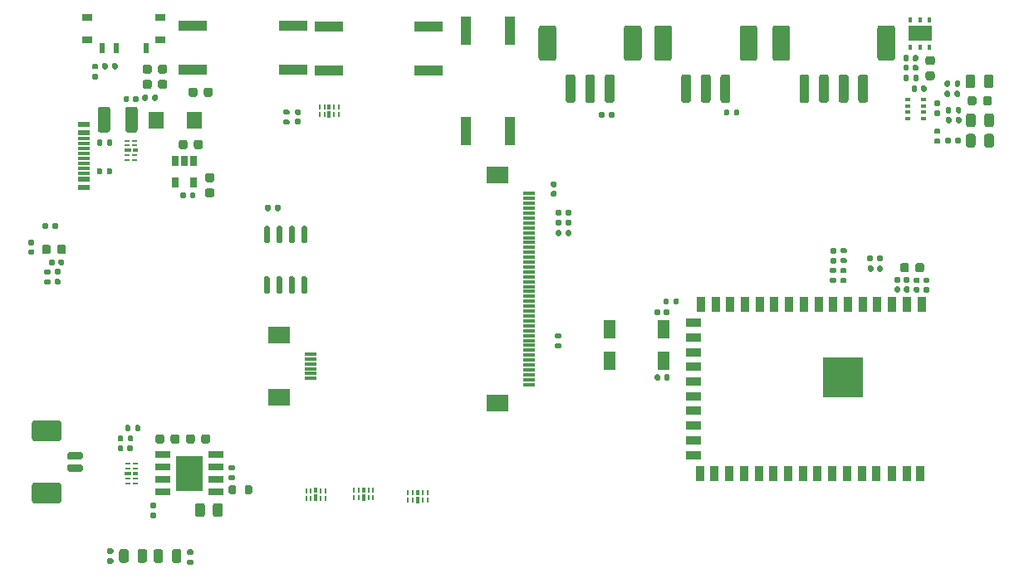
<source format=gtp>
%TF.GenerationSoftware,KiCad,Pcbnew,(5.1.10)-1*%
%TF.CreationDate,2021-07-15T23:48:19-07:00*%
%TF.ProjectId,esp32_sensor,65737033-325f-4736-956e-736f722e6b69,rev?*%
%TF.SameCoordinates,Original*%
%TF.FileFunction,Paste,Top*%
%TF.FilePolarity,Positive*%
%FSLAX46Y46*%
G04 Gerber Fmt 4.6, Leading zero omitted, Abs format (unit mm)*
G04 Created by KiCad (PCBNEW (5.1.10)-1) date 2021-07-15 23:48:19*
%MOMM*%
%LPD*%
G01*
G04 APERTURE LIST*
%ADD10R,0.500000X0.350000*%
%ADD11R,1.520000X1.680000*%
%ADD12R,4.100000X4.100000*%
%ADD13R,0.900000X1.500000*%
%ADD14R,1.500000X0.900000*%
%ADD15R,3.000000X1.000000*%
%ADD16R,1.000000X3.000000*%
%ADD17R,1.300000X0.300000*%
%ADD18R,2.200000X1.800000*%
%ADD19R,0.250000X0.625000*%
%ADD20R,0.450000X0.575000*%
%ADD21R,0.450000X0.700000*%
%ADD22R,0.625000X0.250000*%
%ADD23R,0.700000X0.450000*%
%ADD24R,0.575000X0.450000*%
%ADD25R,1.300000X1.900000*%
%ADD26R,1.000000X0.700000*%
%ADD27R,0.600000X1.000000*%
%ADD28R,0.400000X0.600000*%
%ADD29R,2.400000X1.500000*%
%ADD30R,0.650000X1.060000*%
%ADD31R,1.500000X0.650000*%
%ADD32R,2.700000X3.600000*%
%ADD33R,1.160000X0.600000*%
%ADD34R,1.160000X0.300000*%
G04 APERTURE END LIST*
%TO.C,R37*%
G36*
G01*
X33160000Y-51895000D02*
X33160000Y-52265000D01*
G75*
G02*
X33025000Y-52400000I-135000J0D01*
G01*
X32755000Y-52400000D01*
G75*
G02*
X32620000Y-52265000I0J135000D01*
G01*
X32620000Y-51895000D01*
G75*
G02*
X32755000Y-51760000I135000J0D01*
G01*
X33025000Y-51760000D01*
G75*
G02*
X33160000Y-51895000I0J-135000D01*
G01*
G37*
G36*
G01*
X34180000Y-51895000D02*
X34180000Y-52265000D01*
G75*
G02*
X34045000Y-52400000I-135000J0D01*
G01*
X33775000Y-52400000D01*
G75*
G02*
X33640000Y-52265000I0J135000D01*
G01*
X33640000Y-51895000D01*
G75*
G02*
X33775000Y-51760000I135000J0D01*
G01*
X34045000Y-51760000D01*
G75*
G02*
X34180000Y-51895000I0J-135000D01*
G01*
G37*
%TD*%
%TO.C,R36*%
G36*
G01*
X32925000Y-57510000D02*
X33295000Y-57510000D01*
G75*
G02*
X33430000Y-57645000I0J-135000D01*
G01*
X33430000Y-57915000D01*
G75*
G02*
X33295000Y-58050000I-135000J0D01*
G01*
X32925000Y-58050000D01*
G75*
G02*
X32790000Y-57915000I0J135000D01*
G01*
X32790000Y-57645000D01*
G75*
G02*
X32925000Y-57510000I135000J0D01*
G01*
G37*
G36*
G01*
X32925000Y-56490000D02*
X33295000Y-56490000D01*
G75*
G02*
X33430000Y-56625000I0J-135000D01*
G01*
X33430000Y-56895000D01*
G75*
G02*
X33295000Y-57030000I-135000J0D01*
G01*
X32925000Y-57030000D01*
G75*
G02*
X32790000Y-56895000I0J135000D01*
G01*
X32790000Y-56625000D01*
G75*
G02*
X32925000Y-56490000I135000J0D01*
G01*
G37*
%TD*%
%TO.C,R35*%
G36*
G01*
X34325000Y-57000000D02*
X33955000Y-57000000D01*
G75*
G02*
X33820000Y-56865000I0J135000D01*
G01*
X33820000Y-56595000D01*
G75*
G02*
X33955000Y-56460000I135000J0D01*
G01*
X34325000Y-56460000D01*
G75*
G02*
X34460000Y-56595000I0J-135000D01*
G01*
X34460000Y-56865000D01*
G75*
G02*
X34325000Y-57000000I-135000J0D01*
G01*
G37*
G36*
G01*
X34325000Y-58020000D02*
X33955000Y-58020000D01*
G75*
G02*
X33820000Y-57885000I0J135000D01*
G01*
X33820000Y-57615000D01*
G75*
G02*
X33955000Y-57480000I135000J0D01*
G01*
X34325000Y-57480000D01*
G75*
G02*
X34460000Y-57615000I0J-135000D01*
G01*
X34460000Y-57885000D01*
G75*
G02*
X34325000Y-58020000I-135000J0D01*
G01*
G37*
%TD*%
%TO.C,C27*%
G36*
G01*
X34100000Y-54700000D02*
X34100000Y-54200000D01*
G75*
G02*
X34325000Y-53975000I225000J0D01*
G01*
X34775000Y-53975000D01*
G75*
G02*
X35000000Y-54200000I0J-225000D01*
G01*
X35000000Y-54700000D01*
G75*
G02*
X34775000Y-54925000I-225000J0D01*
G01*
X34325000Y-54925000D01*
G75*
G02*
X34100000Y-54700000I0J225000D01*
G01*
G37*
G36*
G01*
X32550000Y-54700000D02*
X32550000Y-54200000D01*
G75*
G02*
X32775000Y-53975000I225000J0D01*
G01*
X33225000Y-53975000D01*
G75*
G02*
X33450000Y-54200000I0J-225000D01*
G01*
X33450000Y-54700000D01*
G75*
G02*
X33225000Y-54925000I-225000J0D01*
G01*
X32775000Y-54925000D01*
G75*
G02*
X32550000Y-54700000I0J225000D01*
G01*
G37*
%TD*%
%TO.C,C26*%
G36*
G01*
X34240000Y-55950000D02*
X34240000Y-55610000D01*
G75*
G02*
X34380000Y-55470000I140000J0D01*
G01*
X34660000Y-55470000D01*
G75*
G02*
X34800000Y-55610000I0J-140000D01*
G01*
X34800000Y-55950000D01*
G75*
G02*
X34660000Y-56090000I-140000J0D01*
G01*
X34380000Y-56090000D01*
G75*
G02*
X34240000Y-55950000I0J140000D01*
G01*
G37*
G36*
G01*
X33280000Y-55950000D02*
X33280000Y-55610000D01*
G75*
G02*
X33420000Y-55470000I140000J0D01*
G01*
X33700000Y-55470000D01*
G75*
G02*
X33840000Y-55610000I0J-140000D01*
G01*
X33840000Y-55950000D01*
G75*
G02*
X33700000Y-56090000I-140000J0D01*
G01*
X33420000Y-56090000D01*
G75*
G02*
X33280000Y-55950000I0J140000D01*
G01*
G37*
%TD*%
%TO.C,C25*%
G36*
G01*
X31640000Y-54040000D02*
X31300000Y-54040000D01*
G75*
G02*
X31160000Y-53900000I0J140000D01*
G01*
X31160000Y-53620000D01*
G75*
G02*
X31300000Y-53480000I140000J0D01*
G01*
X31640000Y-53480000D01*
G75*
G02*
X31780000Y-53620000I0J-140000D01*
G01*
X31780000Y-53900000D01*
G75*
G02*
X31640000Y-54040000I-140000J0D01*
G01*
G37*
G36*
G01*
X31640000Y-55000000D02*
X31300000Y-55000000D01*
G75*
G02*
X31160000Y-54860000I0J140000D01*
G01*
X31160000Y-54580000D01*
G75*
G02*
X31300000Y-54440000I140000J0D01*
G01*
X31640000Y-54440000D01*
G75*
G02*
X31780000Y-54580000I0J-140000D01*
G01*
X31780000Y-54860000D01*
G75*
G02*
X31640000Y-55000000I-140000J0D01*
G01*
G37*
%TD*%
%TO.C,C24*%
G36*
G01*
X121760000Y-37870000D02*
X121760000Y-38210000D01*
G75*
G02*
X121620000Y-38350000I-140000J0D01*
G01*
X121340000Y-38350000D01*
G75*
G02*
X121200000Y-38210000I0J140000D01*
G01*
X121200000Y-37870000D01*
G75*
G02*
X121340000Y-37730000I140000J0D01*
G01*
X121620000Y-37730000D01*
G75*
G02*
X121760000Y-37870000I0J-140000D01*
G01*
G37*
G36*
G01*
X122720000Y-37870000D02*
X122720000Y-38210000D01*
G75*
G02*
X122580000Y-38350000I-140000J0D01*
G01*
X122300000Y-38350000D01*
G75*
G02*
X122160000Y-38210000I0J140000D01*
G01*
X122160000Y-37870000D01*
G75*
G02*
X122300000Y-37730000I140000J0D01*
G01*
X122580000Y-37730000D01*
G75*
G02*
X122720000Y-37870000I0J-140000D01*
G01*
G37*
%TD*%
D10*
%TO.C,U11*%
X120840000Y-39145000D03*
X122440000Y-39795000D03*
X122440000Y-40445000D03*
X122440000Y-41095000D03*
X120840000Y-39795000D03*
X120840000Y-40445000D03*
X120840000Y-41095000D03*
X122440000Y-39145000D03*
%TD*%
%TO.C,R34*%
G36*
G01*
X125110000Y-38385000D02*
X125110000Y-38755000D01*
G75*
G02*
X124975000Y-38890000I-135000J0D01*
G01*
X124705000Y-38890000D01*
G75*
G02*
X124570000Y-38755000I0J135000D01*
G01*
X124570000Y-38385000D01*
G75*
G02*
X124705000Y-38250000I135000J0D01*
G01*
X124975000Y-38250000D01*
G75*
G02*
X125110000Y-38385000I0J-135000D01*
G01*
G37*
G36*
G01*
X126130000Y-38385000D02*
X126130000Y-38755000D01*
G75*
G02*
X125995000Y-38890000I-135000J0D01*
G01*
X125725000Y-38890000D01*
G75*
G02*
X125590000Y-38755000I0J135000D01*
G01*
X125590000Y-38385000D01*
G75*
G02*
X125725000Y-38250000I135000J0D01*
G01*
X125995000Y-38250000D01*
G75*
G02*
X126130000Y-38385000I0J-135000D01*
G01*
G37*
%TD*%
%TO.C,R33*%
G36*
G01*
X124005000Y-39800000D02*
X123635000Y-39800000D01*
G75*
G02*
X123500000Y-39665000I0J135000D01*
G01*
X123500000Y-39395000D01*
G75*
G02*
X123635000Y-39260000I135000J0D01*
G01*
X124005000Y-39260000D01*
G75*
G02*
X124140000Y-39395000I0J-135000D01*
G01*
X124140000Y-39665000D01*
G75*
G02*
X124005000Y-39800000I-135000J0D01*
G01*
G37*
G36*
G01*
X124005000Y-40820000D02*
X123635000Y-40820000D01*
G75*
G02*
X123500000Y-40685000I0J135000D01*
G01*
X123500000Y-40415000D01*
G75*
G02*
X123635000Y-40280000I135000J0D01*
G01*
X124005000Y-40280000D01*
G75*
G02*
X124140000Y-40415000I0J-135000D01*
G01*
X124140000Y-40685000D01*
G75*
G02*
X124005000Y-40820000I-135000J0D01*
G01*
G37*
%TD*%
%TO.C,R32*%
G36*
G01*
X123995000Y-42660000D02*
X123625000Y-42660000D01*
G75*
G02*
X123490000Y-42525000I0J135000D01*
G01*
X123490000Y-42255000D01*
G75*
G02*
X123625000Y-42120000I135000J0D01*
G01*
X123995000Y-42120000D01*
G75*
G02*
X124130000Y-42255000I0J-135000D01*
G01*
X124130000Y-42525000D01*
G75*
G02*
X123995000Y-42660000I-135000J0D01*
G01*
G37*
G36*
G01*
X123995000Y-43680000D02*
X123625000Y-43680000D01*
G75*
G02*
X123490000Y-43545000I0J135000D01*
G01*
X123490000Y-43275000D01*
G75*
G02*
X123625000Y-43140000I135000J0D01*
G01*
X123995000Y-43140000D01*
G75*
G02*
X124130000Y-43275000I0J-135000D01*
G01*
X124130000Y-43545000D01*
G75*
G02*
X123995000Y-43680000I-135000J0D01*
G01*
G37*
%TD*%
%TO.C,R14*%
G36*
G01*
X53210000Y-79255000D02*
X53210000Y-78705000D01*
G75*
G02*
X53410000Y-78505000I200000J0D01*
G01*
X53810000Y-78505000D01*
G75*
G02*
X54010000Y-78705000I0J-200000D01*
G01*
X54010000Y-79255000D01*
G75*
G02*
X53810000Y-79455000I-200000J0D01*
G01*
X53410000Y-79455000D01*
G75*
G02*
X53210000Y-79255000I0J200000D01*
G01*
G37*
G36*
G01*
X51560000Y-79255000D02*
X51560000Y-78705000D01*
G75*
G02*
X51760000Y-78505000I200000J0D01*
G01*
X52160000Y-78505000D01*
G75*
G02*
X52360000Y-78705000I0J-200000D01*
G01*
X52360000Y-79255000D01*
G75*
G02*
X52160000Y-79455000I-200000J0D01*
G01*
X51760000Y-79455000D01*
G75*
G02*
X51560000Y-79255000I0J200000D01*
G01*
G37*
%TD*%
%TO.C,D6*%
G36*
G01*
X127802500Y-39023750D02*
X127802500Y-39536250D01*
G75*
G02*
X127583750Y-39755000I-218750J0D01*
G01*
X127146250Y-39755000D01*
G75*
G02*
X126927500Y-39536250I0J218750D01*
G01*
X126927500Y-39023750D01*
G75*
G02*
X127146250Y-38805000I218750J0D01*
G01*
X127583750Y-38805000D01*
G75*
G02*
X127802500Y-39023750I0J-218750D01*
G01*
G37*
G36*
G01*
X129377500Y-39023750D02*
X129377500Y-39536250D01*
G75*
G02*
X129158750Y-39755000I-218750J0D01*
G01*
X128721250Y-39755000D01*
G75*
G02*
X128502500Y-39536250I0J218750D01*
G01*
X128502500Y-39023750D01*
G75*
G02*
X128721250Y-38805000I218750J0D01*
G01*
X129158750Y-38805000D01*
G75*
G02*
X129377500Y-39023750I0J-218750D01*
G01*
G37*
%TD*%
D11*
%TO.C,D7*%
X44195000Y-41260000D03*
X48125000Y-41260000D03*
%TD*%
%TO.C,Q1*%
G36*
G01*
X59150000Y-57210000D02*
X59450000Y-57210000D01*
G75*
G02*
X59600000Y-57360000I0J-150000D01*
G01*
X59600000Y-58810000D01*
G75*
G02*
X59450000Y-58960000I-150000J0D01*
G01*
X59150000Y-58960000D01*
G75*
G02*
X59000000Y-58810000I0J150000D01*
G01*
X59000000Y-57360000D01*
G75*
G02*
X59150000Y-57210000I150000J0D01*
G01*
G37*
G36*
G01*
X57880000Y-57210000D02*
X58180000Y-57210000D01*
G75*
G02*
X58330000Y-57360000I0J-150000D01*
G01*
X58330000Y-58810000D01*
G75*
G02*
X58180000Y-58960000I-150000J0D01*
G01*
X57880000Y-58960000D01*
G75*
G02*
X57730000Y-58810000I0J150000D01*
G01*
X57730000Y-57360000D01*
G75*
G02*
X57880000Y-57210000I150000J0D01*
G01*
G37*
G36*
G01*
X56610000Y-57210000D02*
X56910000Y-57210000D01*
G75*
G02*
X57060000Y-57360000I0J-150000D01*
G01*
X57060000Y-58810000D01*
G75*
G02*
X56910000Y-58960000I-150000J0D01*
G01*
X56610000Y-58960000D01*
G75*
G02*
X56460000Y-58810000I0J150000D01*
G01*
X56460000Y-57360000D01*
G75*
G02*
X56610000Y-57210000I150000J0D01*
G01*
G37*
G36*
G01*
X55340000Y-57210000D02*
X55640000Y-57210000D01*
G75*
G02*
X55790000Y-57360000I0J-150000D01*
G01*
X55790000Y-58810000D01*
G75*
G02*
X55640000Y-58960000I-150000J0D01*
G01*
X55340000Y-58960000D01*
G75*
G02*
X55190000Y-58810000I0J150000D01*
G01*
X55190000Y-57360000D01*
G75*
G02*
X55340000Y-57210000I150000J0D01*
G01*
G37*
G36*
G01*
X55340000Y-52060000D02*
X55640000Y-52060000D01*
G75*
G02*
X55790000Y-52210000I0J-150000D01*
G01*
X55790000Y-53660000D01*
G75*
G02*
X55640000Y-53810000I-150000J0D01*
G01*
X55340000Y-53810000D01*
G75*
G02*
X55190000Y-53660000I0J150000D01*
G01*
X55190000Y-52210000D01*
G75*
G02*
X55340000Y-52060000I150000J0D01*
G01*
G37*
G36*
G01*
X56610000Y-52060000D02*
X56910000Y-52060000D01*
G75*
G02*
X57060000Y-52210000I0J-150000D01*
G01*
X57060000Y-53660000D01*
G75*
G02*
X56910000Y-53810000I-150000J0D01*
G01*
X56610000Y-53810000D01*
G75*
G02*
X56460000Y-53660000I0J150000D01*
G01*
X56460000Y-52210000D01*
G75*
G02*
X56610000Y-52060000I150000J0D01*
G01*
G37*
G36*
G01*
X57880000Y-52060000D02*
X58180000Y-52060000D01*
G75*
G02*
X58330000Y-52210000I0J-150000D01*
G01*
X58330000Y-53660000D01*
G75*
G02*
X58180000Y-53810000I-150000J0D01*
G01*
X57880000Y-53810000D01*
G75*
G02*
X57730000Y-53660000I0J150000D01*
G01*
X57730000Y-52210000D01*
G75*
G02*
X57880000Y-52060000I150000J0D01*
G01*
G37*
G36*
G01*
X59150000Y-52060000D02*
X59450000Y-52060000D01*
G75*
G02*
X59600000Y-52210000I0J-150000D01*
G01*
X59600000Y-53660000D01*
G75*
G02*
X59450000Y-53810000I-150000J0D01*
G01*
X59150000Y-53810000D01*
G75*
G02*
X59000000Y-53660000I0J150000D01*
G01*
X59000000Y-52210000D01*
G75*
G02*
X59150000Y-52060000I150000J0D01*
G01*
G37*
%TD*%
%TO.C,F1*%
G36*
G01*
X41047500Y-42275000D02*
X41047500Y-40125000D01*
G75*
G02*
X41297500Y-39875000I250000J0D01*
G01*
X42047500Y-39875000D01*
G75*
G02*
X42297500Y-40125000I0J-250000D01*
G01*
X42297500Y-42275000D01*
G75*
G02*
X42047500Y-42525000I-250000J0D01*
G01*
X41297500Y-42525000D01*
G75*
G02*
X41047500Y-42275000I0J250000D01*
G01*
G37*
G36*
G01*
X38247500Y-42275000D02*
X38247500Y-40125000D01*
G75*
G02*
X38497500Y-39875000I250000J0D01*
G01*
X39247500Y-39875000D01*
G75*
G02*
X39497500Y-40125000I0J-250000D01*
G01*
X39497500Y-42275000D01*
G75*
G02*
X39247500Y-42525000I-250000J0D01*
G01*
X38497500Y-42525000D01*
G75*
G02*
X38247500Y-42275000I0J250000D01*
G01*
G37*
%TD*%
%TO.C,C23*%
G36*
G01*
X43540000Y-36500000D02*
X43040000Y-36500000D01*
G75*
G02*
X42815000Y-36275000I0J225000D01*
G01*
X42815000Y-35825000D01*
G75*
G02*
X43040000Y-35600000I225000J0D01*
G01*
X43540000Y-35600000D01*
G75*
G02*
X43765000Y-35825000I0J-225000D01*
G01*
X43765000Y-36275000D01*
G75*
G02*
X43540000Y-36500000I-225000J0D01*
G01*
G37*
G36*
G01*
X43540000Y-38050000D02*
X43040000Y-38050000D01*
G75*
G02*
X42815000Y-37825000I0J225000D01*
G01*
X42815000Y-37375000D01*
G75*
G02*
X43040000Y-37150000I225000J0D01*
G01*
X43540000Y-37150000D01*
G75*
G02*
X43765000Y-37375000I0J-225000D01*
G01*
X43765000Y-37825000D01*
G75*
G02*
X43540000Y-38050000I-225000J0D01*
G01*
G37*
%TD*%
%TO.C,C22*%
G36*
G01*
X49050000Y-38650000D02*
X49050000Y-38150000D01*
G75*
G02*
X49275000Y-37925000I225000J0D01*
G01*
X49725000Y-37925000D01*
G75*
G02*
X49950000Y-38150000I0J-225000D01*
G01*
X49950000Y-38650000D01*
G75*
G02*
X49725000Y-38875000I-225000J0D01*
G01*
X49275000Y-38875000D01*
G75*
G02*
X49050000Y-38650000I0J225000D01*
G01*
G37*
G36*
G01*
X47500000Y-38650000D02*
X47500000Y-38150000D01*
G75*
G02*
X47725000Y-37925000I225000J0D01*
G01*
X48175000Y-37925000D01*
G75*
G02*
X48400000Y-38150000I0J-225000D01*
G01*
X48400000Y-38650000D01*
G75*
G02*
X48175000Y-38875000I-225000J0D01*
G01*
X47725000Y-38875000D01*
G75*
G02*
X47500000Y-38650000I0J225000D01*
G01*
G37*
%TD*%
%TO.C,C21*%
G36*
G01*
X45090000Y-36500000D02*
X44590000Y-36500000D01*
G75*
G02*
X44365000Y-36275000I0J225000D01*
G01*
X44365000Y-35825000D01*
G75*
G02*
X44590000Y-35600000I225000J0D01*
G01*
X45090000Y-35600000D01*
G75*
G02*
X45315000Y-35825000I0J-225000D01*
G01*
X45315000Y-36275000D01*
G75*
G02*
X45090000Y-36500000I-225000J0D01*
G01*
G37*
G36*
G01*
X45090000Y-38050000D02*
X44590000Y-38050000D01*
G75*
G02*
X44365000Y-37825000I0J225000D01*
G01*
X44365000Y-37375000D01*
G75*
G02*
X44590000Y-37150000I225000J0D01*
G01*
X45090000Y-37150000D01*
G75*
G02*
X45315000Y-37375000I0J-225000D01*
G01*
X45315000Y-37825000D01*
G75*
G02*
X45090000Y-38050000I-225000J0D01*
G01*
G37*
%TD*%
%TO.C,J10*%
G36*
G01*
X31770000Y-78280000D02*
X34270000Y-78280000D01*
G75*
G02*
X34520000Y-78530000I0J-250000D01*
G01*
X34520000Y-80130000D01*
G75*
G02*
X34270000Y-80380000I-250000J0D01*
G01*
X31770000Y-80380000D01*
G75*
G02*
X31520000Y-80130000I0J250000D01*
G01*
X31520000Y-78530000D01*
G75*
G02*
X31770000Y-78280000I250000J0D01*
G01*
G37*
G36*
G01*
X31770000Y-71930000D02*
X34270000Y-71930000D01*
G75*
G02*
X34520000Y-72180000I0J-250000D01*
G01*
X34520000Y-73780000D01*
G75*
G02*
X34270000Y-74030000I-250000J0D01*
G01*
X31770000Y-74030000D01*
G75*
G02*
X31520000Y-73780000I0J250000D01*
G01*
X31520000Y-72180000D01*
G75*
G02*
X31770000Y-71930000I250000J0D01*
G01*
G37*
G36*
G01*
X35320000Y-76380000D02*
X36520000Y-76380000D01*
G75*
G02*
X36720000Y-76580000I0J-200000D01*
G01*
X36720000Y-76980000D01*
G75*
G02*
X36520000Y-77180000I-200000J0D01*
G01*
X35320000Y-77180000D01*
G75*
G02*
X35120000Y-76980000I0J200000D01*
G01*
X35120000Y-76580000D01*
G75*
G02*
X35320000Y-76380000I200000J0D01*
G01*
G37*
G36*
G01*
X35320000Y-75130000D02*
X36520000Y-75130000D01*
G75*
G02*
X36720000Y-75330000I0J-200000D01*
G01*
X36720000Y-75730000D01*
G75*
G02*
X36520000Y-75930000I-200000J0D01*
G01*
X35320000Y-75930000D01*
G75*
G02*
X35120000Y-75730000I0J200000D01*
G01*
X35120000Y-75330000D01*
G75*
G02*
X35320000Y-75130000I200000J0D01*
G01*
G37*
%TD*%
D12*
%TO.C,U1*%
X114180000Y-67495000D03*
D13*
X122120000Y-77310000D03*
X120720000Y-77310000D03*
X119220000Y-77310000D03*
X117620000Y-77310000D03*
D14*
X98970000Y-73935000D03*
X98970000Y-75435000D03*
D13*
X99620000Y-77310000D03*
X101120000Y-77310000D03*
X102620000Y-77310000D03*
X104120000Y-77310000D03*
X105620000Y-77310000D03*
X107120000Y-77310000D03*
X108620000Y-77310000D03*
X110120000Y-77310000D03*
X111620000Y-77310000D03*
X113120000Y-77310000D03*
X114620000Y-77310000D03*
X116120000Y-77310000D03*
X102720000Y-60060000D03*
X104220000Y-60060000D03*
X105720000Y-60060000D03*
X107220000Y-60060000D03*
X108720000Y-60060000D03*
X110220000Y-60060000D03*
X111720000Y-60060000D03*
X113220000Y-60060000D03*
X114720000Y-60060000D03*
X116220000Y-60060000D03*
X117720000Y-60060000D03*
X119220000Y-60060000D03*
X120720000Y-60060000D03*
D14*
X98970000Y-72435000D03*
X98970000Y-70935000D03*
X98970000Y-69435000D03*
X98970000Y-67935000D03*
X98970000Y-66435000D03*
X98970000Y-64935000D03*
X98970000Y-63435000D03*
X98970000Y-61935000D03*
D13*
X99720000Y-60060000D03*
X101220000Y-60060000D03*
X122220000Y-60060000D03*
%TD*%
D15*
%TO.C,SW4*%
X71960000Y-36170000D03*
X61760000Y-36170000D03*
X71960000Y-31670000D03*
X61760000Y-31670000D03*
%TD*%
%TO.C,SW3*%
X58150000Y-36130000D03*
X47950000Y-36130000D03*
X58150000Y-31630000D03*
X47950000Y-31630000D03*
%TD*%
D16*
%TO.C,SW2*%
X75790000Y-42350000D03*
X75790000Y-32150000D03*
X80290000Y-42350000D03*
X80290000Y-32150000D03*
%TD*%
%TO.C,R31*%
G36*
G01*
X39240000Y-35575000D02*
X39240000Y-35945000D01*
G75*
G02*
X39105000Y-36080000I-135000J0D01*
G01*
X38835000Y-36080000D01*
G75*
G02*
X38700000Y-35945000I0J135000D01*
G01*
X38700000Y-35575000D01*
G75*
G02*
X38835000Y-35440000I135000J0D01*
G01*
X39105000Y-35440000D01*
G75*
G02*
X39240000Y-35575000I0J-135000D01*
G01*
G37*
G36*
G01*
X40260000Y-35575000D02*
X40260000Y-35945000D01*
G75*
G02*
X40125000Y-36080000I-135000J0D01*
G01*
X39855000Y-36080000D01*
G75*
G02*
X39720000Y-35945000I0J135000D01*
G01*
X39720000Y-35575000D01*
G75*
G02*
X39855000Y-35440000I135000J0D01*
G01*
X40125000Y-35440000D01*
G75*
G02*
X40260000Y-35575000I0J-135000D01*
G01*
G37*
%TD*%
%TO.C,C20*%
G36*
G01*
X84560000Y-48490000D02*
X84900000Y-48490000D01*
G75*
G02*
X85040000Y-48630000I0J-140000D01*
G01*
X85040000Y-48910000D01*
G75*
G02*
X84900000Y-49050000I-140000J0D01*
G01*
X84560000Y-49050000D01*
G75*
G02*
X84420000Y-48910000I0J140000D01*
G01*
X84420000Y-48630000D01*
G75*
G02*
X84560000Y-48490000I140000J0D01*
G01*
G37*
G36*
G01*
X84560000Y-47530000D02*
X84900000Y-47530000D01*
G75*
G02*
X85040000Y-47670000I0J-140000D01*
G01*
X85040000Y-47950000D01*
G75*
G02*
X84900000Y-48090000I-140000J0D01*
G01*
X84560000Y-48090000D01*
G75*
G02*
X84420000Y-47950000I0J140000D01*
G01*
X84420000Y-47670000D01*
G75*
G02*
X84560000Y-47530000I140000J0D01*
G01*
G37*
%TD*%
D17*
%TO.C,J9*%
X82220000Y-68250000D03*
X82220000Y-67750000D03*
X82220000Y-67250000D03*
X82220000Y-66750000D03*
X82220000Y-66250000D03*
X82220000Y-65750000D03*
X82220000Y-65250000D03*
X82220000Y-64750000D03*
X82220000Y-64250000D03*
X82220000Y-63750000D03*
X82220000Y-63250000D03*
X82220000Y-62750000D03*
X82220000Y-62250000D03*
X82220000Y-61750000D03*
X82220000Y-61250000D03*
X82220000Y-60750000D03*
X82220000Y-60250000D03*
X82220000Y-59750000D03*
X82220000Y-59250000D03*
X82220000Y-58750000D03*
X82220000Y-58250000D03*
X82220000Y-57750000D03*
X82220000Y-57250000D03*
X82220000Y-56750000D03*
X82220000Y-56250000D03*
X82220000Y-55750000D03*
X82220000Y-55250000D03*
X82220000Y-54750000D03*
X82220000Y-54250000D03*
X82220000Y-53750000D03*
X82220000Y-53250000D03*
X82220000Y-52750000D03*
X82220000Y-52250000D03*
X82220000Y-51750000D03*
X82220000Y-51250000D03*
X82220000Y-50750000D03*
X82220000Y-50250000D03*
X82220000Y-49750000D03*
X82220000Y-49250000D03*
X82220000Y-48750000D03*
D18*
X78970000Y-46850000D03*
X78970000Y-70150000D03*
%TD*%
D19*
%TO.C,U10*%
X60980000Y-79072500D03*
X61480000Y-79072500D03*
D20*
X60480000Y-79047500D03*
D19*
X61480000Y-79847500D03*
X59980000Y-79072500D03*
X59480000Y-79072500D03*
X60980000Y-79847500D03*
X59480000Y-79847500D03*
D21*
X60480000Y-79810000D03*
D19*
X59980000Y-79847500D03*
%TD*%
%TO.C,U9*%
X64830000Y-79827500D03*
D21*
X65330000Y-79790000D03*
D19*
X64330000Y-79827500D03*
X65830000Y-79827500D03*
X64330000Y-79052500D03*
X64830000Y-79052500D03*
X66330000Y-79827500D03*
D20*
X65330000Y-79027500D03*
D19*
X66330000Y-79052500D03*
X65830000Y-79052500D03*
%TD*%
%TO.C,U8*%
X61340000Y-40710000D03*
D21*
X61840000Y-40672500D03*
D19*
X60840000Y-40710000D03*
X62340000Y-40710000D03*
X60840000Y-39935000D03*
X61340000Y-39935000D03*
X62840000Y-40710000D03*
D20*
X61840000Y-39910000D03*
D19*
X62840000Y-39935000D03*
X62340000Y-39935000D03*
%TD*%
D22*
%TO.C,U7*%
X41255000Y-43850000D03*
D23*
X41292500Y-44350000D03*
D22*
X41255000Y-43350000D03*
X41255000Y-44850000D03*
X42030000Y-43350000D03*
X42030000Y-43850000D03*
X41255000Y-45350000D03*
D24*
X42055000Y-44350000D03*
D22*
X42030000Y-45350000D03*
X42030000Y-44850000D03*
%TD*%
%TO.C,U6*%
X41292500Y-76860000D03*
D23*
X41330000Y-77360000D03*
D22*
X41292500Y-76360000D03*
X41292500Y-77860000D03*
X42067500Y-76360000D03*
X42067500Y-76860000D03*
X41292500Y-78360000D03*
D24*
X42092500Y-77360000D03*
D22*
X42067500Y-78360000D03*
X42067500Y-77860000D03*
%TD*%
D19*
%TO.C,U5*%
X70380000Y-80057500D03*
D21*
X70880000Y-80020000D03*
D19*
X69880000Y-80057500D03*
X71380000Y-80057500D03*
X69880000Y-79282500D03*
X70380000Y-79282500D03*
X71880000Y-80057500D03*
D20*
X70880000Y-79257500D03*
D19*
X71880000Y-79282500D03*
X71380000Y-79282500D03*
%TD*%
D25*
%TO.C,Y1*%
X95890000Y-65800000D03*
X90390000Y-65800000D03*
X90390000Y-62600000D03*
X95890000Y-62600000D03*
%TD*%
%TO.C,R30*%
G36*
G01*
X85490000Y-50505000D02*
X85490000Y-50875000D01*
G75*
G02*
X85355000Y-51010000I-135000J0D01*
G01*
X85085000Y-51010000D01*
G75*
G02*
X84950000Y-50875000I0J135000D01*
G01*
X84950000Y-50505000D01*
G75*
G02*
X85085000Y-50370000I135000J0D01*
G01*
X85355000Y-50370000D01*
G75*
G02*
X85490000Y-50505000I0J-135000D01*
G01*
G37*
G36*
G01*
X86510000Y-50505000D02*
X86510000Y-50875000D01*
G75*
G02*
X86375000Y-51010000I-135000J0D01*
G01*
X86105000Y-51010000D01*
G75*
G02*
X85970000Y-50875000I0J135000D01*
G01*
X85970000Y-50505000D01*
G75*
G02*
X86105000Y-50370000I135000J0D01*
G01*
X86375000Y-50370000D01*
G75*
G02*
X86510000Y-50505000I0J-135000D01*
G01*
G37*
%TD*%
%TO.C,R29*%
G36*
G01*
X85480000Y-51545000D02*
X85480000Y-51915000D01*
G75*
G02*
X85345000Y-52050000I-135000J0D01*
G01*
X85075000Y-52050000D01*
G75*
G02*
X84940000Y-51915000I0J135000D01*
G01*
X84940000Y-51545000D01*
G75*
G02*
X85075000Y-51410000I135000J0D01*
G01*
X85345000Y-51410000D01*
G75*
G02*
X85480000Y-51545000I0J-135000D01*
G01*
G37*
G36*
G01*
X86500000Y-51545000D02*
X86500000Y-51915000D01*
G75*
G02*
X86365000Y-52050000I-135000J0D01*
G01*
X86095000Y-52050000D01*
G75*
G02*
X85960000Y-51915000I0J135000D01*
G01*
X85960000Y-51545000D01*
G75*
G02*
X86095000Y-51410000I135000J0D01*
G01*
X86365000Y-51410000D01*
G75*
G02*
X86500000Y-51545000I0J-135000D01*
G01*
G37*
%TD*%
%TO.C,R28*%
G36*
G01*
X85480000Y-52595000D02*
X85480000Y-52965000D01*
G75*
G02*
X85345000Y-53100000I-135000J0D01*
G01*
X85075000Y-53100000D01*
G75*
G02*
X84940000Y-52965000I0J135000D01*
G01*
X84940000Y-52595000D01*
G75*
G02*
X85075000Y-52460000I135000J0D01*
G01*
X85345000Y-52460000D01*
G75*
G02*
X85480000Y-52595000I0J-135000D01*
G01*
G37*
G36*
G01*
X86500000Y-52595000D02*
X86500000Y-52965000D01*
G75*
G02*
X86365000Y-53100000I-135000J0D01*
G01*
X86095000Y-53100000D01*
G75*
G02*
X85960000Y-52965000I0J135000D01*
G01*
X85960000Y-52595000D01*
G75*
G02*
X86095000Y-52460000I135000J0D01*
G01*
X86365000Y-52460000D01*
G75*
G02*
X86500000Y-52595000I0J-135000D01*
G01*
G37*
%TD*%
%TO.C,R27*%
G36*
G01*
X85365000Y-63530000D02*
X84995000Y-63530000D01*
G75*
G02*
X84860000Y-63395000I0J135000D01*
G01*
X84860000Y-63125000D01*
G75*
G02*
X84995000Y-62990000I135000J0D01*
G01*
X85365000Y-62990000D01*
G75*
G02*
X85500000Y-63125000I0J-135000D01*
G01*
X85500000Y-63395000D01*
G75*
G02*
X85365000Y-63530000I-135000J0D01*
G01*
G37*
G36*
G01*
X85365000Y-64550000D02*
X84995000Y-64550000D01*
G75*
G02*
X84860000Y-64415000I0J135000D01*
G01*
X84860000Y-64145000D01*
G75*
G02*
X84995000Y-64010000I135000J0D01*
G01*
X85365000Y-64010000D01*
G75*
G02*
X85500000Y-64145000I0J-135000D01*
G01*
X85500000Y-64415000D01*
G75*
G02*
X85365000Y-64550000I-135000J0D01*
G01*
G37*
%TD*%
%TO.C,R25*%
G36*
G01*
X56330000Y-50405000D02*
X56330000Y-50035000D01*
G75*
G02*
X56465000Y-49900000I135000J0D01*
G01*
X56735000Y-49900000D01*
G75*
G02*
X56870000Y-50035000I0J-135000D01*
G01*
X56870000Y-50405000D01*
G75*
G02*
X56735000Y-50540000I-135000J0D01*
G01*
X56465000Y-50540000D01*
G75*
G02*
X56330000Y-50405000I0J135000D01*
G01*
G37*
G36*
G01*
X55310000Y-50405000D02*
X55310000Y-50035000D01*
G75*
G02*
X55445000Y-49900000I135000J0D01*
G01*
X55715000Y-49900000D01*
G75*
G02*
X55850000Y-50035000I0J-135000D01*
G01*
X55850000Y-50405000D01*
G75*
G02*
X55715000Y-50540000I-135000J0D01*
G01*
X55445000Y-50540000D01*
G75*
G02*
X55310000Y-50405000I0J135000D01*
G01*
G37*
%TD*%
%TO.C,R23*%
G36*
G01*
X113385000Y-56880000D02*
X113015000Y-56880000D01*
G75*
G02*
X112880000Y-56745000I0J135000D01*
G01*
X112880000Y-56475000D01*
G75*
G02*
X113015000Y-56340000I135000J0D01*
G01*
X113385000Y-56340000D01*
G75*
G02*
X113520000Y-56475000I0J-135000D01*
G01*
X113520000Y-56745000D01*
G75*
G02*
X113385000Y-56880000I-135000J0D01*
G01*
G37*
G36*
G01*
X113385000Y-57900000D02*
X113015000Y-57900000D01*
G75*
G02*
X112880000Y-57765000I0J135000D01*
G01*
X112880000Y-57495000D01*
G75*
G02*
X113015000Y-57360000I135000J0D01*
G01*
X113385000Y-57360000D01*
G75*
G02*
X113520000Y-57495000I0J-135000D01*
G01*
X113520000Y-57765000D01*
G75*
G02*
X113385000Y-57900000I-135000J0D01*
G01*
G37*
%TD*%
%TO.C,R20*%
G36*
G01*
X114075000Y-57360000D02*
X114445000Y-57360000D01*
G75*
G02*
X114580000Y-57495000I0J-135000D01*
G01*
X114580000Y-57765000D01*
G75*
G02*
X114445000Y-57900000I-135000J0D01*
G01*
X114075000Y-57900000D01*
G75*
G02*
X113940000Y-57765000I0J135000D01*
G01*
X113940000Y-57495000D01*
G75*
G02*
X114075000Y-57360000I135000J0D01*
G01*
G37*
G36*
G01*
X114075000Y-56340000D02*
X114445000Y-56340000D01*
G75*
G02*
X114580000Y-56475000I0J-135000D01*
G01*
X114580000Y-56745000D01*
G75*
G02*
X114445000Y-56880000I-135000J0D01*
G01*
X114075000Y-56880000D01*
G75*
G02*
X113940000Y-56745000I0J135000D01*
G01*
X113940000Y-56475000D01*
G75*
G02*
X114075000Y-56340000I135000J0D01*
G01*
G37*
%TD*%
%TO.C,R18*%
G36*
G01*
X96450000Y-59575000D02*
X96450000Y-59945000D01*
G75*
G02*
X96315000Y-60080000I-135000J0D01*
G01*
X96045000Y-60080000D01*
G75*
G02*
X95910000Y-59945000I0J135000D01*
G01*
X95910000Y-59575000D01*
G75*
G02*
X96045000Y-59440000I135000J0D01*
G01*
X96315000Y-59440000D01*
G75*
G02*
X96450000Y-59575000I0J-135000D01*
G01*
G37*
G36*
G01*
X97470000Y-59575000D02*
X97470000Y-59945000D01*
G75*
G02*
X97335000Y-60080000I-135000J0D01*
G01*
X97065000Y-60080000D01*
G75*
G02*
X96930000Y-59945000I0J135000D01*
G01*
X96930000Y-59575000D01*
G75*
G02*
X97065000Y-59440000I135000J0D01*
G01*
X97335000Y-59440000D01*
G75*
G02*
X97470000Y-59575000I0J-135000D01*
G01*
G37*
%TD*%
%TO.C,R5*%
G36*
G01*
X41300000Y-73935000D02*
X41300000Y-73565000D01*
G75*
G02*
X41435000Y-73430000I135000J0D01*
G01*
X41705000Y-73430000D01*
G75*
G02*
X41840000Y-73565000I0J-135000D01*
G01*
X41840000Y-73935000D01*
G75*
G02*
X41705000Y-74070000I-135000J0D01*
G01*
X41435000Y-74070000D01*
G75*
G02*
X41300000Y-73935000I0J135000D01*
G01*
G37*
G36*
G01*
X40280000Y-73935000D02*
X40280000Y-73565000D01*
G75*
G02*
X40415000Y-73430000I135000J0D01*
G01*
X40685000Y-73430000D01*
G75*
G02*
X40820000Y-73565000I0J-135000D01*
G01*
X40820000Y-73935000D01*
G75*
G02*
X40685000Y-74070000I-135000J0D01*
G01*
X40415000Y-74070000D01*
G75*
G02*
X40280000Y-73935000I0J135000D01*
G01*
G37*
%TD*%
%TO.C,R4*%
G36*
G01*
X42040000Y-72885000D02*
X42040000Y-72515000D01*
G75*
G02*
X42175000Y-72380000I135000J0D01*
G01*
X42445000Y-72380000D01*
G75*
G02*
X42580000Y-72515000I0J-135000D01*
G01*
X42580000Y-72885000D01*
G75*
G02*
X42445000Y-73020000I-135000J0D01*
G01*
X42175000Y-73020000D01*
G75*
G02*
X42040000Y-72885000I0J135000D01*
G01*
G37*
G36*
G01*
X41020000Y-72885000D02*
X41020000Y-72515000D01*
G75*
G02*
X41155000Y-72380000I135000J0D01*
G01*
X41425000Y-72380000D01*
G75*
G02*
X41560000Y-72515000I0J-135000D01*
G01*
X41560000Y-72885000D01*
G75*
G02*
X41425000Y-73020000I-135000J0D01*
G01*
X41155000Y-73020000D01*
G75*
G02*
X41020000Y-72885000I0J135000D01*
G01*
G37*
%TD*%
%TO.C,C19*%
G36*
G01*
X117710000Y-56590000D02*
X117710000Y-56250000D01*
G75*
G02*
X117850000Y-56110000I140000J0D01*
G01*
X118130000Y-56110000D01*
G75*
G02*
X118270000Y-56250000I0J-140000D01*
G01*
X118270000Y-56590000D01*
G75*
G02*
X118130000Y-56730000I-140000J0D01*
G01*
X117850000Y-56730000D01*
G75*
G02*
X117710000Y-56590000I0J140000D01*
G01*
G37*
G36*
G01*
X116750000Y-56590000D02*
X116750000Y-56250000D01*
G75*
G02*
X116890000Y-56110000I140000J0D01*
G01*
X117170000Y-56110000D01*
G75*
G02*
X117310000Y-56250000I0J-140000D01*
G01*
X117310000Y-56590000D01*
G75*
G02*
X117170000Y-56730000I-140000J0D01*
G01*
X116890000Y-56730000D01*
G75*
G02*
X116750000Y-56590000I0J140000D01*
G01*
G37*
%TD*%
%TO.C,C18*%
G36*
G01*
X95580000Y-67350000D02*
X95580000Y-67690000D01*
G75*
G02*
X95440000Y-67830000I-140000J0D01*
G01*
X95160000Y-67830000D01*
G75*
G02*
X95020000Y-67690000I0J140000D01*
G01*
X95020000Y-67350000D01*
G75*
G02*
X95160000Y-67210000I140000J0D01*
G01*
X95440000Y-67210000D01*
G75*
G02*
X95580000Y-67350000I0J-140000D01*
G01*
G37*
G36*
G01*
X96540000Y-67350000D02*
X96540000Y-67690000D01*
G75*
G02*
X96400000Y-67830000I-140000J0D01*
G01*
X96120000Y-67830000D01*
G75*
G02*
X95980000Y-67690000I0J140000D01*
G01*
X95980000Y-67350000D01*
G75*
G02*
X96120000Y-67210000I140000J0D01*
G01*
X96400000Y-67210000D01*
G75*
G02*
X96540000Y-67350000I0J-140000D01*
G01*
G37*
%TD*%
%TO.C,C17*%
G36*
G01*
X95950000Y-61040000D02*
X95950000Y-60700000D01*
G75*
G02*
X96090000Y-60560000I140000J0D01*
G01*
X96370000Y-60560000D01*
G75*
G02*
X96510000Y-60700000I0J-140000D01*
G01*
X96510000Y-61040000D01*
G75*
G02*
X96370000Y-61180000I-140000J0D01*
G01*
X96090000Y-61180000D01*
G75*
G02*
X95950000Y-61040000I0J140000D01*
G01*
G37*
G36*
G01*
X94990000Y-61040000D02*
X94990000Y-60700000D01*
G75*
G02*
X95130000Y-60560000I140000J0D01*
G01*
X95410000Y-60560000D01*
G75*
G02*
X95550000Y-60700000I0J-140000D01*
G01*
X95550000Y-61040000D01*
G75*
G02*
X95410000Y-61180000I-140000J0D01*
G01*
X95130000Y-61180000D01*
G75*
G02*
X94990000Y-61040000I0J140000D01*
G01*
G37*
%TD*%
%TO.C,R17*%
G36*
G01*
X103090000Y-40665000D02*
X103090000Y-40295000D01*
G75*
G02*
X103225000Y-40160000I135000J0D01*
G01*
X103495000Y-40160000D01*
G75*
G02*
X103630000Y-40295000I0J-135000D01*
G01*
X103630000Y-40665000D01*
G75*
G02*
X103495000Y-40800000I-135000J0D01*
G01*
X103225000Y-40800000D01*
G75*
G02*
X103090000Y-40665000I0J135000D01*
G01*
G37*
G36*
G01*
X102070000Y-40665000D02*
X102070000Y-40295000D01*
G75*
G02*
X102205000Y-40160000I135000J0D01*
G01*
X102475000Y-40160000D01*
G75*
G02*
X102610000Y-40295000I0J-135000D01*
G01*
X102610000Y-40665000D01*
G75*
G02*
X102475000Y-40800000I-135000J0D01*
G01*
X102205000Y-40800000D01*
G75*
G02*
X102070000Y-40665000I0J135000D01*
G01*
G37*
%TD*%
%TO.C,R15*%
G36*
G01*
X89880000Y-40535000D02*
X89880000Y-40905000D01*
G75*
G02*
X89745000Y-41040000I-135000J0D01*
G01*
X89475000Y-41040000D01*
G75*
G02*
X89340000Y-40905000I0J135000D01*
G01*
X89340000Y-40535000D01*
G75*
G02*
X89475000Y-40400000I135000J0D01*
G01*
X89745000Y-40400000D01*
G75*
G02*
X89880000Y-40535000I0J-135000D01*
G01*
G37*
G36*
G01*
X90900000Y-40535000D02*
X90900000Y-40905000D01*
G75*
G02*
X90765000Y-41040000I-135000J0D01*
G01*
X90495000Y-41040000D01*
G75*
G02*
X90360000Y-40905000I0J135000D01*
G01*
X90360000Y-40535000D01*
G75*
G02*
X90495000Y-40400000I135000J0D01*
G01*
X90765000Y-40400000D01*
G75*
G02*
X90900000Y-40535000I0J-135000D01*
G01*
G37*
%TD*%
%TO.C,C16*%
G36*
G01*
X58470000Y-41120000D02*
X58810000Y-41120000D01*
G75*
G02*
X58950000Y-41260000I0J-140000D01*
G01*
X58950000Y-41540000D01*
G75*
G02*
X58810000Y-41680000I-140000J0D01*
G01*
X58470000Y-41680000D01*
G75*
G02*
X58330000Y-41540000I0J140000D01*
G01*
X58330000Y-41260000D01*
G75*
G02*
X58470000Y-41120000I140000J0D01*
G01*
G37*
G36*
G01*
X58470000Y-40160000D02*
X58810000Y-40160000D01*
G75*
G02*
X58950000Y-40300000I0J-140000D01*
G01*
X58950000Y-40580000D01*
G75*
G02*
X58810000Y-40720000I-140000J0D01*
G01*
X58470000Y-40720000D01*
G75*
G02*
X58330000Y-40580000I0J140000D01*
G01*
X58330000Y-40300000D01*
G75*
G02*
X58470000Y-40160000I140000J0D01*
G01*
G37*
%TD*%
%TO.C,R19*%
G36*
G01*
X37775000Y-36540000D02*
X38145000Y-36540000D01*
G75*
G02*
X38280000Y-36675000I0J-135000D01*
G01*
X38280000Y-36945000D01*
G75*
G02*
X38145000Y-37080000I-135000J0D01*
G01*
X37775000Y-37080000D01*
G75*
G02*
X37640000Y-36945000I0J135000D01*
G01*
X37640000Y-36675000D01*
G75*
G02*
X37775000Y-36540000I135000J0D01*
G01*
G37*
G36*
G01*
X37775000Y-35520000D02*
X38145000Y-35520000D01*
G75*
G02*
X38280000Y-35655000I0J-135000D01*
G01*
X38280000Y-35925000D01*
G75*
G02*
X38145000Y-36060000I-135000J0D01*
G01*
X37775000Y-36060000D01*
G75*
G02*
X37640000Y-35925000I0J135000D01*
G01*
X37640000Y-35655000D01*
G75*
G02*
X37775000Y-35520000I135000J0D01*
G01*
G37*
%TD*%
%TO.C,R12*%
G36*
G01*
X47475000Y-86100000D02*
X47845000Y-86100000D01*
G75*
G02*
X47980000Y-86235000I0J-135000D01*
G01*
X47980000Y-86505000D01*
G75*
G02*
X47845000Y-86640000I-135000J0D01*
G01*
X47475000Y-86640000D01*
G75*
G02*
X47340000Y-86505000I0J135000D01*
G01*
X47340000Y-86235000D01*
G75*
G02*
X47475000Y-86100000I135000J0D01*
G01*
G37*
G36*
G01*
X47475000Y-85080000D02*
X47845000Y-85080000D01*
G75*
G02*
X47980000Y-85215000I0J-135000D01*
G01*
X47980000Y-85485000D01*
G75*
G02*
X47845000Y-85620000I-135000J0D01*
G01*
X47475000Y-85620000D01*
G75*
G02*
X47340000Y-85485000I0J135000D01*
G01*
X47340000Y-85215000D01*
G75*
G02*
X47475000Y-85080000I135000J0D01*
G01*
G37*
%TD*%
%TO.C,R11*%
G36*
G01*
X39705000Y-85520000D02*
X39335000Y-85520000D01*
G75*
G02*
X39200000Y-85385000I0J135000D01*
G01*
X39200000Y-85115000D01*
G75*
G02*
X39335000Y-84980000I135000J0D01*
G01*
X39705000Y-84980000D01*
G75*
G02*
X39840000Y-85115000I0J-135000D01*
G01*
X39840000Y-85385000D01*
G75*
G02*
X39705000Y-85520000I-135000J0D01*
G01*
G37*
G36*
G01*
X39705000Y-86540000D02*
X39335000Y-86540000D01*
G75*
G02*
X39200000Y-86405000I0J135000D01*
G01*
X39200000Y-86135000D01*
G75*
G02*
X39335000Y-86000000I135000J0D01*
G01*
X39705000Y-86000000D01*
G75*
G02*
X39840000Y-86135000I0J-135000D01*
G01*
X39840000Y-86405000D01*
G75*
G02*
X39705000Y-86540000I-135000J0D01*
G01*
G37*
%TD*%
%TO.C,R10*%
G36*
G01*
X121380000Y-37135000D02*
X121380000Y-36765000D01*
G75*
G02*
X121515000Y-36630000I135000J0D01*
G01*
X121785000Y-36630000D01*
G75*
G02*
X121920000Y-36765000I0J-135000D01*
G01*
X121920000Y-37135000D01*
G75*
G02*
X121785000Y-37270000I-135000J0D01*
G01*
X121515000Y-37270000D01*
G75*
G02*
X121380000Y-37135000I0J135000D01*
G01*
G37*
G36*
G01*
X120360000Y-37135000D02*
X120360000Y-36765000D01*
G75*
G02*
X120495000Y-36630000I135000J0D01*
G01*
X120765000Y-36630000D01*
G75*
G02*
X120900000Y-36765000I0J-135000D01*
G01*
X120900000Y-37135000D01*
G75*
G02*
X120765000Y-37270000I-135000J0D01*
G01*
X120495000Y-37270000D01*
G75*
G02*
X120360000Y-37135000I0J135000D01*
G01*
G37*
%TD*%
%TO.C,C15*%
G36*
G01*
X47240000Y-48760000D02*
X47240000Y-49100000D01*
G75*
G02*
X47100000Y-49240000I-140000J0D01*
G01*
X46820000Y-49240000D01*
G75*
G02*
X46680000Y-49100000I0J140000D01*
G01*
X46680000Y-48760000D01*
G75*
G02*
X46820000Y-48620000I140000J0D01*
G01*
X47100000Y-48620000D01*
G75*
G02*
X47240000Y-48760000I0J-140000D01*
G01*
G37*
G36*
G01*
X48200000Y-48760000D02*
X48200000Y-49100000D01*
G75*
G02*
X48060000Y-49240000I-140000J0D01*
G01*
X47780000Y-49240000D01*
G75*
G02*
X47640000Y-49100000I0J140000D01*
G01*
X47640000Y-48760000D01*
G75*
G02*
X47780000Y-48620000I140000J0D01*
G01*
X48060000Y-48620000D01*
G75*
G02*
X48200000Y-48760000I0J-140000D01*
G01*
G37*
%TD*%
%TO.C,C14*%
G36*
G01*
X49900000Y-47580000D02*
X49400000Y-47580000D01*
G75*
G02*
X49175000Y-47355000I0J225000D01*
G01*
X49175000Y-46905000D01*
G75*
G02*
X49400000Y-46680000I225000J0D01*
G01*
X49900000Y-46680000D01*
G75*
G02*
X50125000Y-46905000I0J-225000D01*
G01*
X50125000Y-47355000D01*
G75*
G02*
X49900000Y-47580000I-225000J0D01*
G01*
G37*
G36*
G01*
X49900000Y-49130000D02*
X49400000Y-49130000D01*
G75*
G02*
X49175000Y-48905000I0J225000D01*
G01*
X49175000Y-48455000D01*
G75*
G02*
X49400000Y-48230000I225000J0D01*
G01*
X49900000Y-48230000D01*
G75*
G02*
X50125000Y-48455000I0J-225000D01*
G01*
X50125000Y-48905000D01*
G75*
G02*
X49900000Y-49130000I-225000J0D01*
G01*
G37*
%TD*%
%TO.C,C13*%
G36*
G01*
X47390000Y-43500000D02*
X47390000Y-44000000D01*
G75*
G02*
X47165000Y-44225000I-225000J0D01*
G01*
X46715000Y-44225000D01*
G75*
G02*
X46490000Y-44000000I0J225000D01*
G01*
X46490000Y-43500000D01*
G75*
G02*
X46715000Y-43275000I225000J0D01*
G01*
X47165000Y-43275000D01*
G75*
G02*
X47390000Y-43500000I0J-225000D01*
G01*
G37*
G36*
G01*
X48940000Y-43500000D02*
X48940000Y-44000000D01*
G75*
G02*
X48715000Y-44225000I-225000J0D01*
G01*
X48265000Y-44225000D01*
G75*
G02*
X48040000Y-44000000I0J225000D01*
G01*
X48040000Y-43500000D01*
G75*
G02*
X48265000Y-43275000I225000J0D01*
G01*
X48715000Y-43275000D01*
G75*
G02*
X48940000Y-43500000I0J-225000D01*
G01*
G37*
%TD*%
%TO.C,C12*%
G36*
G01*
X121900000Y-57890000D02*
X121560000Y-57890000D01*
G75*
G02*
X121420000Y-57750000I0J140000D01*
G01*
X121420000Y-57470000D01*
G75*
G02*
X121560000Y-57330000I140000J0D01*
G01*
X121900000Y-57330000D01*
G75*
G02*
X122040000Y-57470000I0J-140000D01*
G01*
X122040000Y-57750000D01*
G75*
G02*
X121900000Y-57890000I-140000J0D01*
G01*
G37*
G36*
G01*
X121900000Y-58850000D02*
X121560000Y-58850000D01*
G75*
G02*
X121420000Y-58710000I0J140000D01*
G01*
X121420000Y-58430000D01*
G75*
G02*
X121560000Y-58290000I140000J0D01*
G01*
X121900000Y-58290000D01*
G75*
G02*
X122040000Y-58430000I0J-140000D01*
G01*
X122040000Y-58710000D01*
G75*
G02*
X121900000Y-58850000I-140000J0D01*
G01*
G37*
%TD*%
%TO.C,C8*%
G36*
G01*
X122880000Y-57890000D02*
X122540000Y-57890000D01*
G75*
G02*
X122400000Y-57750000I0J140000D01*
G01*
X122400000Y-57470000D01*
G75*
G02*
X122540000Y-57330000I140000J0D01*
G01*
X122880000Y-57330000D01*
G75*
G02*
X123020000Y-57470000I0J-140000D01*
G01*
X123020000Y-57750000D01*
G75*
G02*
X122880000Y-57890000I-140000J0D01*
G01*
G37*
G36*
G01*
X122880000Y-58850000D02*
X122540000Y-58850000D01*
G75*
G02*
X122400000Y-58710000I0J140000D01*
G01*
X122400000Y-58430000D01*
G75*
G02*
X122540000Y-58290000I140000J0D01*
G01*
X122880000Y-58290000D01*
G75*
G02*
X123020000Y-58430000I0J-140000D01*
G01*
X123020000Y-58710000D01*
G75*
G02*
X122880000Y-58850000I-140000J0D01*
G01*
G37*
%TD*%
D26*
%TO.C,SW1*%
X37190000Y-30770000D03*
X37190000Y-33070000D03*
X44590000Y-30770000D03*
X44590000Y-33070000D03*
D27*
X40140000Y-33920000D03*
X38690000Y-33920000D03*
X43140000Y-33920000D03*
%TD*%
%TO.C,R26*%
G36*
G01*
X125600000Y-37705000D02*
X125600000Y-37335000D01*
G75*
G02*
X125735000Y-37200000I135000J0D01*
G01*
X126005000Y-37200000D01*
G75*
G02*
X126140000Y-37335000I0J-135000D01*
G01*
X126140000Y-37705000D01*
G75*
G02*
X126005000Y-37840000I-135000J0D01*
G01*
X125735000Y-37840000D01*
G75*
G02*
X125600000Y-37705000I0J135000D01*
G01*
G37*
G36*
G01*
X124580000Y-37705000D02*
X124580000Y-37335000D01*
G75*
G02*
X124715000Y-37200000I135000J0D01*
G01*
X124985000Y-37200000D01*
G75*
G02*
X125120000Y-37335000I0J-135000D01*
G01*
X125120000Y-37705000D01*
G75*
G02*
X124985000Y-37840000I-135000J0D01*
G01*
X124715000Y-37840000D01*
G75*
G02*
X124580000Y-37705000I0J135000D01*
G01*
G37*
%TD*%
%TO.C,R24*%
G36*
G01*
X125720000Y-40415000D02*
X125720000Y-40045000D01*
G75*
G02*
X125855000Y-39910000I135000J0D01*
G01*
X126125000Y-39910000D01*
G75*
G02*
X126260000Y-40045000I0J-135000D01*
G01*
X126260000Y-40415000D01*
G75*
G02*
X126125000Y-40550000I-135000J0D01*
G01*
X125855000Y-40550000D01*
G75*
G02*
X125720000Y-40415000I0J135000D01*
G01*
G37*
G36*
G01*
X124700000Y-40415000D02*
X124700000Y-40045000D01*
G75*
G02*
X124835000Y-39910000I135000J0D01*
G01*
X125105000Y-39910000D01*
G75*
G02*
X125240000Y-40045000I0J-135000D01*
G01*
X125240000Y-40415000D01*
G75*
G02*
X125105000Y-40550000I-135000J0D01*
G01*
X124835000Y-40550000D01*
G75*
G02*
X124700000Y-40415000I0J135000D01*
G01*
G37*
%TD*%
%TO.C,R22*%
G36*
G01*
X125740000Y-41435000D02*
X125740000Y-41065000D01*
G75*
G02*
X125875000Y-40930000I135000J0D01*
G01*
X126145000Y-40930000D01*
G75*
G02*
X126280000Y-41065000I0J-135000D01*
G01*
X126280000Y-41435000D01*
G75*
G02*
X126145000Y-41570000I-135000J0D01*
G01*
X125875000Y-41570000D01*
G75*
G02*
X125740000Y-41435000I0J135000D01*
G01*
G37*
G36*
G01*
X124720000Y-41435000D02*
X124720000Y-41065000D01*
G75*
G02*
X124855000Y-40930000I135000J0D01*
G01*
X125125000Y-40930000D01*
G75*
G02*
X125260000Y-41065000I0J-135000D01*
G01*
X125260000Y-41435000D01*
G75*
G02*
X125125000Y-41570000I-135000J0D01*
G01*
X124855000Y-41570000D01*
G75*
G02*
X124720000Y-41435000I0J135000D01*
G01*
G37*
%TD*%
%TO.C,R21*%
G36*
G01*
X125660000Y-43525000D02*
X125660000Y-43155000D01*
G75*
G02*
X125795000Y-43020000I135000J0D01*
G01*
X126065000Y-43020000D01*
G75*
G02*
X126200000Y-43155000I0J-135000D01*
G01*
X126200000Y-43525000D01*
G75*
G02*
X126065000Y-43660000I-135000J0D01*
G01*
X125795000Y-43660000D01*
G75*
G02*
X125660000Y-43525000I0J135000D01*
G01*
G37*
G36*
G01*
X124640000Y-43525000D02*
X124640000Y-43155000D01*
G75*
G02*
X124775000Y-43020000I135000J0D01*
G01*
X125045000Y-43020000D01*
G75*
G02*
X125180000Y-43155000I0J-135000D01*
G01*
X125180000Y-43525000D01*
G75*
G02*
X125045000Y-43660000I-135000J0D01*
G01*
X124775000Y-43660000D01*
G75*
G02*
X124640000Y-43525000I0J135000D01*
G01*
G37*
%TD*%
D28*
%TO.C,U2*%
X123010000Y-33800000D03*
X122060000Y-33800000D03*
X121110000Y-33800000D03*
X121110000Y-31000000D03*
X122060000Y-31000000D03*
X123010000Y-31000000D03*
D29*
X122060000Y-32400000D03*
%TD*%
%TO.C,TH1*%
G36*
G01*
X49957500Y-81510002D02*
X49957500Y-80609998D01*
G75*
G02*
X50207498Y-80360000I249998J0D01*
G01*
X50732502Y-80360000D01*
G75*
G02*
X50982500Y-80609998I0J-249998D01*
G01*
X50982500Y-81510002D01*
G75*
G02*
X50732502Y-81760000I-249998J0D01*
G01*
X50207498Y-81760000D01*
G75*
G02*
X49957500Y-81510002I0J249998D01*
G01*
G37*
G36*
G01*
X48132500Y-81510002D02*
X48132500Y-80609998D01*
G75*
G02*
X48382498Y-80360000I249998J0D01*
G01*
X48907502Y-80360000D01*
G75*
G02*
X49157500Y-80609998I0J-249998D01*
G01*
X49157500Y-81510002D01*
G75*
G02*
X48907502Y-81760000I-249998J0D01*
G01*
X48382498Y-81760000D01*
G75*
G02*
X48132500Y-81510002I0J249998D01*
G01*
G37*
%TD*%
%TO.C,R16*%
G36*
G01*
X52065000Y-77020000D02*
X51695000Y-77020000D01*
G75*
G02*
X51560000Y-76885000I0J135000D01*
G01*
X51560000Y-76615000D01*
G75*
G02*
X51695000Y-76480000I135000J0D01*
G01*
X52065000Y-76480000D01*
G75*
G02*
X52200000Y-76615000I0J-135000D01*
G01*
X52200000Y-76885000D01*
G75*
G02*
X52065000Y-77020000I-135000J0D01*
G01*
G37*
G36*
G01*
X52065000Y-78040000D02*
X51695000Y-78040000D01*
G75*
G02*
X51560000Y-77905000I0J135000D01*
G01*
X51560000Y-77635000D01*
G75*
G02*
X51695000Y-77500000I135000J0D01*
G01*
X52065000Y-77500000D01*
G75*
G02*
X52200000Y-77635000I0J-135000D01*
G01*
X52200000Y-77905000D01*
G75*
G02*
X52065000Y-78040000I-135000J0D01*
G01*
G37*
%TD*%
D17*
%TO.C,J8*%
X59930000Y-67630000D03*
X59930000Y-67130000D03*
X59930000Y-66630000D03*
X59930000Y-66130000D03*
X59930000Y-65630000D03*
X59930000Y-65130000D03*
D18*
X56750000Y-63200000D03*
X56680000Y-69530000D03*
%TD*%
%TO.C,J5*%
G36*
G01*
X117720000Y-34940000D02*
X117720000Y-31840000D01*
G75*
G02*
X117970000Y-31590000I250000J0D01*
G01*
X119270000Y-31590000D01*
G75*
G02*
X119520000Y-31840000I0J-250000D01*
G01*
X119520000Y-34940000D01*
G75*
G02*
X119270000Y-35190000I-250000J0D01*
G01*
X117970000Y-35190000D01*
G75*
G02*
X117720000Y-34940000I0J250000D01*
G01*
G37*
G36*
G01*
X107020000Y-34940000D02*
X107020000Y-31840000D01*
G75*
G02*
X107270000Y-31590000I250000J0D01*
G01*
X108570000Y-31590000D01*
G75*
G02*
X108820000Y-31840000I0J-250000D01*
G01*
X108820000Y-34940000D01*
G75*
G02*
X108570000Y-35190000I-250000J0D01*
G01*
X107270000Y-35190000D01*
G75*
G02*
X107020000Y-34940000I0J250000D01*
G01*
G37*
G36*
G01*
X115770000Y-39240000D02*
X115770000Y-36840000D01*
G75*
G02*
X116020000Y-36590000I250000J0D01*
G01*
X116520000Y-36590000D01*
G75*
G02*
X116770000Y-36840000I0J-250000D01*
G01*
X116770000Y-39240000D01*
G75*
G02*
X116520000Y-39490000I-250000J0D01*
G01*
X116020000Y-39490000D01*
G75*
G02*
X115770000Y-39240000I0J250000D01*
G01*
G37*
G36*
G01*
X113770000Y-39240000D02*
X113770000Y-36840000D01*
G75*
G02*
X114020000Y-36590000I250000J0D01*
G01*
X114520000Y-36590000D01*
G75*
G02*
X114770000Y-36840000I0J-250000D01*
G01*
X114770000Y-39240000D01*
G75*
G02*
X114520000Y-39490000I-250000J0D01*
G01*
X114020000Y-39490000D01*
G75*
G02*
X113770000Y-39240000I0J250000D01*
G01*
G37*
G36*
G01*
X111770000Y-39240000D02*
X111770000Y-36840000D01*
G75*
G02*
X112020000Y-36590000I250000J0D01*
G01*
X112520000Y-36590000D01*
G75*
G02*
X112770000Y-36840000I0J-250000D01*
G01*
X112770000Y-39240000D01*
G75*
G02*
X112520000Y-39490000I-250000J0D01*
G01*
X112020000Y-39490000D01*
G75*
G02*
X111770000Y-39240000I0J250000D01*
G01*
G37*
G36*
G01*
X109770000Y-39240000D02*
X109770000Y-36840000D01*
G75*
G02*
X110020000Y-36590000I250000J0D01*
G01*
X110520000Y-36590000D01*
G75*
G02*
X110770000Y-36840000I0J-250000D01*
G01*
X110770000Y-39240000D01*
G75*
G02*
X110520000Y-39490000I-250000J0D01*
G01*
X110020000Y-39490000D01*
G75*
G02*
X109770000Y-39240000I0J250000D01*
G01*
G37*
%TD*%
%TO.C,J4*%
G36*
G01*
X103670000Y-34940000D02*
X103670000Y-31840000D01*
G75*
G02*
X103920000Y-31590000I250000J0D01*
G01*
X105220000Y-31590000D01*
G75*
G02*
X105470000Y-31840000I0J-250000D01*
G01*
X105470000Y-34940000D01*
G75*
G02*
X105220000Y-35190000I-250000J0D01*
G01*
X103920000Y-35190000D01*
G75*
G02*
X103670000Y-34940000I0J250000D01*
G01*
G37*
G36*
G01*
X94970000Y-34940000D02*
X94970000Y-31840000D01*
G75*
G02*
X95220000Y-31590000I250000J0D01*
G01*
X96520000Y-31590000D01*
G75*
G02*
X96770000Y-31840000I0J-250000D01*
G01*
X96770000Y-34940000D01*
G75*
G02*
X96520000Y-35190000I-250000J0D01*
G01*
X95220000Y-35190000D01*
G75*
G02*
X94970000Y-34940000I0J250000D01*
G01*
G37*
G36*
G01*
X101720000Y-39240000D02*
X101720000Y-36840000D01*
G75*
G02*
X101970000Y-36590000I250000J0D01*
G01*
X102470000Y-36590000D01*
G75*
G02*
X102720000Y-36840000I0J-250000D01*
G01*
X102720000Y-39240000D01*
G75*
G02*
X102470000Y-39490000I-250000J0D01*
G01*
X101970000Y-39490000D01*
G75*
G02*
X101720000Y-39240000I0J250000D01*
G01*
G37*
G36*
G01*
X99720000Y-39240000D02*
X99720000Y-36840000D01*
G75*
G02*
X99970000Y-36590000I250000J0D01*
G01*
X100470000Y-36590000D01*
G75*
G02*
X100720000Y-36840000I0J-250000D01*
G01*
X100720000Y-39240000D01*
G75*
G02*
X100470000Y-39490000I-250000J0D01*
G01*
X99970000Y-39490000D01*
G75*
G02*
X99720000Y-39240000I0J250000D01*
G01*
G37*
G36*
G01*
X97720000Y-39240000D02*
X97720000Y-36840000D01*
G75*
G02*
X97970000Y-36590000I250000J0D01*
G01*
X98470000Y-36590000D01*
G75*
G02*
X98720000Y-36840000I0J-250000D01*
G01*
X98720000Y-39240000D01*
G75*
G02*
X98470000Y-39490000I-250000J0D01*
G01*
X97970000Y-39490000D01*
G75*
G02*
X97720000Y-39240000I0J250000D01*
G01*
G37*
%TD*%
%TO.C,J3*%
G36*
G01*
X91880000Y-34940000D02*
X91880000Y-31840000D01*
G75*
G02*
X92130000Y-31590000I250000J0D01*
G01*
X93430000Y-31590000D01*
G75*
G02*
X93680000Y-31840000I0J-250000D01*
G01*
X93680000Y-34940000D01*
G75*
G02*
X93430000Y-35190000I-250000J0D01*
G01*
X92130000Y-35190000D01*
G75*
G02*
X91880000Y-34940000I0J250000D01*
G01*
G37*
G36*
G01*
X83180000Y-34940000D02*
X83180000Y-31840000D01*
G75*
G02*
X83430000Y-31590000I250000J0D01*
G01*
X84730000Y-31590000D01*
G75*
G02*
X84980000Y-31840000I0J-250000D01*
G01*
X84980000Y-34940000D01*
G75*
G02*
X84730000Y-35190000I-250000J0D01*
G01*
X83430000Y-35190000D01*
G75*
G02*
X83180000Y-34940000I0J250000D01*
G01*
G37*
G36*
G01*
X89930000Y-39240000D02*
X89930000Y-36840000D01*
G75*
G02*
X90180000Y-36590000I250000J0D01*
G01*
X90680000Y-36590000D01*
G75*
G02*
X90930000Y-36840000I0J-250000D01*
G01*
X90930000Y-39240000D01*
G75*
G02*
X90680000Y-39490000I-250000J0D01*
G01*
X90180000Y-39490000D01*
G75*
G02*
X89930000Y-39240000I0J250000D01*
G01*
G37*
G36*
G01*
X87930000Y-39240000D02*
X87930000Y-36840000D01*
G75*
G02*
X88180000Y-36590000I250000J0D01*
G01*
X88680000Y-36590000D01*
G75*
G02*
X88930000Y-36840000I0J-250000D01*
G01*
X88930000Y-39240000D01*
G75*
G02*
X88680000Y-39490000I-250000J0D01*
G01*
X88180000Y-39490000D01*
G75*
G02*
X87930000Y-39240000I0J250000D01*
G01*
G37*
G36*
G01*
X85930000Y-39240000D02*
X85930000Y-36840000D01*
G75*
G02*
X86180000Y-36590000I250000J0D01*
G01*
X86680000Y-36590000D01*
G75*
G02*
X86930000Y-36840000I0J-250000D01*
G01*
X86930000Y-39240000D01*
G75*
G02*
X86680000Y-39490000I-250000J0D01*
G01*
X86180000Y-39490000D01*
G75*
G02*
X85930000Y-39240000I0J250000D01*
G01*
G37*
%TD*%
%TO.C,C11*%
G36*
G01*
X45670000Y-74060000D02*
X45670000Y-73560000D01*
G75*
G02*
X45895000Y-73335000I225000J0D01*
G01*
X46345000Y-73335000D01*
G75*
G02*
X46570000Y-73560000I0J-225000D01*
G01*
X46570000Y-74060000D01*
G75*
G02*
X46345000Y-74285000I-225000J0D01*
G01*
X45895000Y-74285000D01*
G75*
G02*
X45670000Y-74060000I0J225000D01*
G01*
G37*
G36*
G01*
X44120000Y-74060000D02*
X44120000Y-73560000D01*
G75*
G02*
X44345000Y-73335000I225000J0D01*
G01*
X44795000Y-73335000D01*
G75*
G02*
X45020000Y-73560000I0J-225000D01*
G01*
X45020000Y-74060000D01*
G75*
G02*
X44795000Y-74285000I-225000J0D01*
G01*
X44345000Y-74285000D01*
G75*
G02*
X44120000Y-74060000I0J225000D01*
G01*
G37*
%TD*%
%TO.C,C10*%
G36*
G01*
X120040000Y-56570000D02*
X120040000Y-56070000D01*
G75*
G02*
X120265000Y-55845000I225000J0D01*
G01*
X120715000Y-55845000D01*
G75*
G02*
X120940000Y-56070000I0J-225000D01*
G01*
X120940000Y-56570000D01*
G75*
G02*
X120715000Y-56795000I-225000J0D01*
G01*
X120265000Y-56795000D01*
G75*
G02*
X120040000Y-56570000I0J225000D01*
G01*
G37*
G36*
G01*
X121590000Y-56570000D02*
X121590000Y-56070000D01*
G75*
G02*
X121815000Y-55845000I225000J0D01*
G01*
X122265000Y-55845000D01*
G75*
G02*
X122490000Y-56070000I0J-225000D01*
G01*
X122490000Y-56570000D01*
G75*
G02*
X122265000Y-56795000I-225000J0D01*
G01*
X121815000Y-56795000D01*
G75*
G02*
X121590000Y-56570000I0J225000D01*
G01*
G37*
%TD*%
%TO.C,C9*%
G36*
G01*
X48140000Y-73540000D02*
X48140000Y-74040000D01*
G75*
G02*
X47915000Y-74265000I-225000J0D01*
G01*
X47465000Y-74265000D01*
G75*
G02*
X47240000Y-74040000I0J225000D01*
G01*
X47240000Y-73540000D01*
G75*
G02*
X47465000Y-73315000I225000J0D01*
G01*
X47915000Y-73315000D01*
G75*
G02*
X48140000Y-73540000I0J-225000D01*
G01*
G37*
G36*
G01*
X49690000Y-73540000D02*
X49690000Y-74040000D01*
G75*
G02*
X49465000Y-74265000I-225000J0D01*
G01*
X49015000Y-74265000D01*
G75*
G02*
X48790000Y-74040000I0J225000D01*
G01*
X48790000Y-73540000D01*
G75*
G02*
X49015000Y-73315000I225000J0D01*
G01*
X49465000Y-73315000D01*
G75*
G02*
X49690000Y-73540000I0J-225000D01*
G01*
G37*
%TD*%
%TO.C,C7*%
G36*
G01*
X120920000Y-35730000D02*
X120920000Y-36070000D01*
G75*
G02*
X120780000Y-36210000I-140000J0D01*
G01*
X120500000Y-36210000D01*
G75*
G02*
X120360000Y-36070000I0J140000D01*
G01*
X120360000Y-35730000D01*
G75*
G02*
X120500000Y-35590000I140000J0D01*
G01*
X120780000Y-35590000D01*
G75*
G02*
X120920000Y-35730000I0J-140000D01*
G01*
G37*
G36*
G01*
X121880000Y-35730000D02*
X121880000Y-36070000D01*
G75*
G02*
X121740000Y-36210000I-140000J0D01*
G01*
X121460000Y-36210000D01*
G75*
G02*
X121320000Y-36070000I0J140000D01*
G01*
X121320000Y-35730000D01*
G75*
G02*
X121460000Y-35590000I140000J0D01*
G01*
X121740000Y-35590000D01*
G75*
G02*
X121880000Y-35730000I0J-140000D01*
G01*
G37*
%TD*%
%TO.C,C6*%
G36*
G01*
X41240000Y-74940000D02*
X41240000Y-74600000D01*
G75*
G02*
X41380000Y-74460000I140000J0D01*
G01*
X41660000Y-74460000D01*
G75*
G02*
X41800000Y-74600000I0J-140000D01*
G01*
X41800000Y-74940000D01*
G75*
G02*
X41660000Y-75080000I-140000J0D01*
G01*
X41380000Y-75080000D01*
G75*
G02*
X41240000Y-74940000I0J140000D01*
G01*
G37*
G36*
G01*
X40280000Y-74940000D02*
X40280000Y-74600000D01*
G75*
G02*
X40420000Y-74460000I140000J0D01*
G01*
X40700000Y-74460000D01*
G75*
G02*
X40840000Y-74600000I0J-140000D01*
G01*
X40840000Y-74940000D01*
G75*
G02*
X40700000Y-75080000I-140000J0D01*
G01*
X40420000Y-75080000D01*
G75*
G02*
X40280000Y-74940000I0J140000D01*
G01*
G37*
%TD*%
%TO.C,C5*%
G36*
G01*
X41430000Y-38920000D02*
X41430000Y-39260000D01*
G75*
G02*
X41290000Y-39400000I-140000J0D01*
G01*
X41010000Y-39400000D01*
G75*
G02*
X40870000Y-39260000I0J140000D01*
G01*
X40870000Y-38920000D01*
G75*
G02*
X41010000Y-38780000I140000J0D01*
G01*
X41290000Y-38780000D01*
G75*
G02*
X41430000Y-38920000I0J-140000D01*
G01*
G37*
G36*
G01*
X42390000Y-38920000D02*
X42390000Y-39260000D01*
G75*
G02*
X42250000Y-39400000I-140000J0D01*
G01*
X41970000Y-39400000D01*
G75*
G02*
X41830000Y-39260000I0J140000D01*
G01*
X41830000Y-38920000D01*
G75*
G02*
X41970000Y-38780000I140000J0D01*
G01*
X42250000Y-38780000D01*
G75*
G02*
X42390000Y-38920000I0J-140000D01*
G01*
G37*
%TD*%
%TO.C,C4*%
G36*
G01*
X120030000Y-57400000D02*
X120030000Y-57740000D01*
G75*
G02*
X119890000Y-57880000I-140000J0D01*
G01*
X119610000Y-57880000D01*
G75*
G02*
X119470000Y-57740000I0J140000D01*
G01*
X119470000Y-57400000D01*
G75*
G02*
X119610000Y-57260000I140000J0D01*
G01*
X119890000Y-57260000D01*
G75*
G02*
X120030000Y-57400000I0J-140000D01*
G01*
G37*
G36*
G01*
X120990000Y-57400000D02*
X120990000Y-57740000D01*
G75*
G02*
X120850000Y-57880000I-140000J0D01*
G01*
X120570000Y-57880000D01*
G75*
G02*
X120430000Y-57740000I0J140000D01*
G01*
X120430000Y-57400000D01*
G75*
G02*
X120570000Y-57260000I140000J0D01*
G01*
X120850000Y-57260000D01*
G75*
G02*
X120990000Y-57400000I0J-140000D01*
G01*
G37*
%TD*%
%TO.C,C3*%
G36*
G01*
X120920000Y-34760000D02*
X120920000Y-35100000D01*
G75*
G02*
X120780000Y-35240000I-140000J0D01*
G01*
X120500000Y-35240000D01*
G75*
G02*
X120360000Y-35100000I0J140000D01*
G01*
X120360000Y-34760000D01*
G75*
G02*
X120500000Y-34620000I140000J0D01*
G01*
X120780000Y-34620000D01*
G75*
G02*
X120920000Y-34760000I0J-140000D01*
G01*
G37*
G36*
G01*
X121880000Y-34760000D02*
X121880000Y-35100000D01*
G75*
G02*
X121740000Y-35240000I-140000J0D01*
G01*
X121460000Y-35240000D01*
G75*
G02*
X121320000Y-35100000I0J140000D01*
G01*
X121320000Y-34760000D01*
G75*
G02*
X121460000Y-34620000I140000J0D01*
G01*
X121740000Y-34620000D01*
G75*
G02*
X121880000Y-34760000I0J-140000D01*
G01*
G37*
%TD*%
%TO.C,C2*%
G36*
G01*
X120030000Y-58370000D02*
X120030000Y-58710000D01*
G75*
G02*
X119890000Y-58850000I-140000J0D01*
G01*
X119610000Y-58850000D01*
G75*
G02*
X119470000Y-58710000I0J140000D01*
G01*
X119470000Y-58370000D01*
G75*
G02*
X119610000Y-58230000I140000J0D01*
G01*
X119890000Y-58230000D01*
G75*
G02*
X120030000Y-58370000I0J-140000D01*
G01*
G37*
G36*
G01*
X120990000Y-58370000D02*
X120990000Y-58710000D01*
G75*
G02*
X120850000Y-58850000I-140000J0D01*
G01*
X120570000Y-58850000D01*
G75*
G02*
X120430000Y-58710000I0J140000D01*
G01*
X120430000Y-58370000D01*
G75*
G02*
X120570000Y-58230000I140000J0D01*
G01*
X120850000Y-58230000D01*
G75*
G02*
X120990000Y-58370000I0J-140000D01*
G01*
G37*
%TD*%
%TO.C,C1*%
G36*
G01*
X122850000Y-36280000D02*
X123350000Y-36280000D01*
G75*
G02*
X123575000Y-36505000I0J-225000D01*
G01*
X123575000Y-36955000D01*
G75*
G02*
X123350000Y-37180000I-225000J0D01*
G01*
X122850000Y-37180000D01*
G75*
G02*
X122625000Y-36955000I0J225000D01*
G01*
X122625000Y-36505000D01*
G75*
G02*
X122850000Y-36280000I225000J0D01*
G01*
G37*
G36*
G01*
X122850000Y-34730000D02*
X123350000Y-34730000D01*
G75*
G02*
X123575000Y-34955000I0J-225000D01*
G01*
X123575000Y-35405000D01*
G75*
G02*
X123350000Y-35630000I-225000J0D01*
G01*
X122850000Y-35630000D01*
G75*
G02*
X122625000Y-35405000I0J225000D01*
G01*
X122625000Y-34955000D01*
G75*
G02*
X122850000Y-34730000I225000J0D01*
G01*
G37*
%TD*%
D30*
%TO.C,U4*%
X48020000Y-47600000D03*
X46120000Y-47600000D03*
X46120000Y-45400000D03*
X47070000Y-45400000D03*
X48020000Y-45400000D03*
%TD*%
D31*
%TO.C,U3*%
X50250000Y-79230000D03*
X50250000Y-77960000D03*
X50250000Y-76690000D03*
X50250000Y-75420000D03*
X44850000Y-75420000D03*
X44850000Y-76690000D03*
X44850000Y-77960000D03*
X44850000Y-79230000D03*
D32*
X47550000Y-77325000D03*
%TD*%
%TO.C,R13*%
G36*
G01*
X43715000Y-81330000D02*
X44085000Y-81330000D01*
G75*
G02*
X44220000Y-81465000I0J-135000D01*
G01*
X44220000Y-81735000D01*
G75*
G02*
X44085000Y-81870000I-135000J0D01*
G01*
X43715000Y-81870000D01*
G75*
G02*
X43580000Y-81735000I0J135000D01*
G01*
X43580000Y-81465000D01*
G75*
G02*
X43715000Y-81330000I135000J0D01*
G01*
G37*
G36*
G01*
X43715000Y-80310000D02*
X44085000Y-80310000D01*
G75*
G02*
X44220000Y-80445000I0J-135000D01*
G01*
X44220000Y-80715000D01*
G75*
G02*
X44085000Y-80850000I-135000J0D01*
G01*
X43715000Y-80850000D01*
G75*
G02*
X43580000Y-80715000I0J135000D01*
G01*
X43580000Y-80445000D01*
G75*
G02*
X43715000Y-80310000I135000J0D01*
G01*
G37*
%TD*%
%TO.C,R9*%
G36*
G01*
X43330000Y-38785000D02*
X43330000Y-39155000D01*
G75*
G02*
X43195000Y-39290000I-135000J0D01*
G01*
X42925000Y-39290000D01*
G75*
G02*
X42790000Y-39155000I0J135000D01*
G01*
X42790000Y-38785000D01*
G75*
G02*
X42925000Y-38650000I135000J0D01*
G01*
X43195000Y-38650000D01*
G75*
G02*
X43330000Y-38785000I0J-135000D01*
G01*
G37*
G36*
G01*
X44350000Y-38785000D02*
X44350000Y-39155000D01*
G75*
G02*
X44215000Y-39290000I-135000J0D01*
G01*
X43945000Y-39290000D01*
G75*
G02*
X43810000Y-39155000I0J135000D01*
G01*
X43810000Y-38785000D01*
G75*
G02*
X43945000Y-38650000I135000J0D01*
G01*
X44215000Y-38650000D01*
G75*
G02*
X44350000Y-38785000I0J-135000D01*
G01*
G37*
%TD*%
%TO.C,R8*%
G36*
G01*
X38680000Y-46295000D02*
X38680000Y-46665000D01*
G75*
G02*
X38545000Y-46800000I-135000J0D01*
G01*
X38275000Y-46800000D01*
G75*
G02*
X38140000Y-46665000I0J135000D01*
G01*
X38140000Y-46295000D01*
G75*
G02*
X38275000Y-46160000I135000J0D01*
G01*
X38545000Y-46160000D01*
G75*
G02*
X38680000Y-46295000I0J-135000D01*
G01*
G37*
G36*
G01*
X39700000Y-46295000D02*
X39700000Y-46665000D01*
G75*
G02*
X39565000Y-46800000I-135000J0D01*
G01*
X39295000Y-46800000D01*
G75*
G02*
X39160000Y-46665000I0J135000D01*
G01*
X39160000Y-46295000D01*
G75*
G02*
X39295000Y-46160000I135000J0D01*
G01*
X39565000Y-46160000D01*
G75*
G02*
X39700000Y-46295000I0J-135000D01*
G01*
G37*
%TD*%
%TO.C,R7*%
G36*
G01*
X39180000Y-43745000D02*
X39180000Y-43375000D01*
G75*
G02*
X39315000Y-43240000I135000J0D01*
G01*
X39585000Y-43240000D01*
G75*
G02*
X39720000Y-43375000I0J-135000D01*
G01*
X39720000Y-43745000D01*
G75*
G02*
X39585000Y-43880000I-135000J0D01*
G01*
X39315000Y-43880000D01*
G75*
G02*
X39180000Y-43745000I0J135000D01*
G01*
G37*
G36*
G01*
X38160000Y-43745000D02*
X38160000Y-43375000D01*
G75*
G02*
X38295000Y-43240000I135000J0D01*
G01*
X38565000Y-43240000D01*
G75*
G02*
X38700000Y-43375000I0J-135000D01*
G01*
X38700000Y-43745000D01*
G75*
G02*
X38565000Y-43880000I-135000J0D01*
G01*
X38295000Y-43880000D01*
G75*
G02*
X38160000Y-43745000I0J135000D01*
G01*
G37*
%TD*%
%TO.C,R6*%
G36*
G01*
X57655000Y-40710000D02*
X57285000Y-40710000D01*
G75*
G02*
X57150000Y-40575000I0J135000D01*
G01*
X57150000Y-40305000D01*
G75*
G02*
X57285000Y-40170000I135000J0D01*
G01*
X57655000Y-40170000D01*
G75*
G02*
X57790000Y-40305000I0J-135000D01*
G01*
X57790000Y-40575000D01*
G75*
G02*
X57655000Y-40710000I-135000J0D01*
G01*
G37*
G36*
G01*
X57655000Y-41730000D02*
X57285000Y-41730000D01*
G75*
G02*
X57150000Y-41595000I0J135000D01*
G01*
X57150000Y-41325000D01*
G75*
G02*
X57285000Y-41190000I135000J0D01*
G01*
X57655000Y-41190000D01*
G75*
G02*
X57790000Y-41325000I0J-135000D01*
G01*
X57790000Y-41595000D01*
G75*
G02*
X57655000Y-41730000I-135000J0D01*
G01*
G37*
%TD*%
%TO.C,R3*%
G36*
G01*
X114095000Y-55330000D02*
X114465000Y-55330000D01*
G75*
G02*
X114600000Y-55465000I0J-135000D01*
G01*
X114600000Y-55735000D01*
G75*
G02*
X114465000Y-55870000I-135000J0D01*
G01*
X114095000Y-55870000D01*
G75*
G02*
X113960000Y-55735000I0J135000D01*
G01*
X113960000Y-55465000D01*
G75*
G02*
X114095000Y-55330000I135000J0D01*
G01*
G37*
G36*
G01*
X114095000Y-54310000D02*
X114465000Y-54310000D01*
G75*
G02*
X114600000Y-54445000I0J-135000D01*
G01*
X114600000Y-54715000D01*
G75*
G02*
X114465000Y-54850000I-135000J0D01*
G01*
X114095000Y-54850000D01*
G75*
G02*
X113960000Y-54715000I0J135000D01*
G01*
X113960000Y-54445000D01*
G75*
G02*
X114095000Y-54310000I135000J0D01*
G01*
G37*
%TD*%
%TO.C,R2*%
G36*
G01*
X117225001Y-55190001D02*
X117225001Y-55560001D01*
G75*
G02*
X117090001Y-55695001I-135000J0D01*
G01*
X116820001Y-55695001D01*
G75*
G02*
X116685001Y-55560001I0J135000D01*
G01*
X116685001Y-55190001D01*
G75*
G02*
X116820001Y-55055001I135000J0D01*
G01*
X117090001Y-55055001D01*
G75*
G02*
X117225001Y-55190001I0J-135000D01*
G01*
G37*
G36*
G01*
X118245001Y-55190001D02*
X118245001Y-55560001D01*
G75*
G02*
X118110001Y-55695001I-135000J0D01*
G01*
X117840001Y-55695001D01*
G75*
G02*
X117705001Y-55560001I0J135000D01*
G01*
X117705001Y-55190001D01*
G75*
G02*
X117840001Y-55055001I135000J0D01*
G01*
X118110001Y-55055001D01*
G75*
G02*
X118245001Y-55190001I0J-135000D01*
G01*
G37*
%TD*%
%TO.C,R1*%
G36*
G01*
X113045000Y-55360000D02*
X113415000Y-55360000D01*
G75*
G02*
X113550000Y-55495000I0J-135000D01*
G01*
X113550000Y-55765000D01*
G75*
G02*
X113415000Y-55900000I-135000J0D01*
G01*
X113045000Y-55900000D01*
G75*
G02*
X112910000Y-55765000I0J135000D01*
G01*
X112910000Y-55495000D01*
G75*
G02*
X113045000Y-55360000I135000J0D01*
G01*
G37*
G36*
G01*
X113045000Y-54340000D02*
X113415000Y-54340000D01*
G75*
G02*
X113550000Y-54475000I0J-135000D01*
G01*
X113550000Y-54745000D01*
G75*
G02*
X113415000Y-54880000I-135000J0D01*
G01*
X113045000Y-54880000D01*
G75*
G02*
X112910000Y-54745000I0J135000D01*
G01*
X112910000Y-54475000D01*
G75*
G02*
X113045000Y-54340000I135000J0D01*
G01*
G37*
%TD*%
D33*
%TO.C,J1*%
X36840000Y-48100000D03*
X36840000Y-47300000D03*
X36840000Y-48100000D03*
X36840000Y-47300000D03*
X36840000Y-41700000D03*
X36840000Y-41700000D03*
X36840000Y-42500000D03*
X36840000Y-42500000D03*
D34*
X36840000Y-46650000D03*
X36840000Y-45650000D03*
X36840000Y-46150000D03*
X36840000Y-43650000D03*
X36840000Y-43150000D03*
X36840000Y-45150000D03*
X36840000Y-44650000D03*
X36840000Y-44150000D03*
%TD*%
%TO.C,D5*%
G36*
G01*
X127682500Y-36843750D02*
X127682500Y-37756250D01*
G75*
G02*
X127438750Y-38000000I-243750J0D01*
G01*
X126951250Y-38000000D01*
G75*
G02*
X126707500Y-37756250I0J243750D01*
G01*
X126707500Y-36843750D01*
G75*
G02*
X126951250Y-36600000I243750J0D01*
G01*
X127438750Y-36600000D01*
G75*
G02*
X127682500Y-36843750I0J-243750D01*
G01*
G37*
G36*
G01*
X129557500Y-36843750D02*
X129557500Y-37756250D01*
G75*
G02*
X129313750Y-38000000I-243750J0D01*
G01*
X128826250Y-38000000D01*
G75*
G02*
X128582500Y-37756250I0J243750D01*
G01*
X128582500Y-36843750D01*
G75*
G02*
X128826250Y-36600000I243750J0D01*
G01*
X129313750Y-36600000D01*
G75*
G02*
X129557500Y-36843750I0J-243750D01*
G01*
G37*
%TD*%
%TO.C,D4*%
G36*
G01*
X127722500Y-40813750D02*
X127722500Y-41726250D01*
G75*
G02*
X127478750Y-41970000I-243750J0D01*
G01*
X126991250Y-41970000D01*
G75*
G02*
X126747500Y-41726250I0J243750D01*
G01*
X126747500Y-40813750D01*
G75*
G02*
X126991250Y-40570000I243750J0D01*
G01*
X127478750Y-40570000D01*
G75*
G02*
X127722500Y-40813750I0J-243750D01*
G01*
G37*
G36*
G01*
X129597500Y-40813750D02*
X129597500Y-41726250D01*
G75*
G02*
X129353750Y-41970000I-243750J0D01*
G01*
X128866250Y-41970000D01*
G75*
G02*
X128622500Y-41726250I0J243750D01*
G01*
X128622500Y-40813750D01*
G75*
G02*
X128866250Y-40570000I243750J0D01*
G01*
X129353750Y-40570000D01*
G75*
G02*
X129597500Y-40813750I0J-243750D01*
G01*
G37*
%TD*%
%TO.C,D3*%
G36*
G01*
X127717500Y-42903750D02*
X127717500Y-43816250D01*
G75*
G02*
X127473750Y-44060000I-243750J0D01*
G01*
X126986250Y-44060000D01*
G75*
G02*
X126742500Y-43816250I0J243750D01*
G01*
X126742500Y-42903750D01*
G75*
G02*
X126986250Y-42660000I243750J0D01*
G01*
X127473750Y-42660000D01*
G75*
G02*
X127717500Y-42903750I0J-243750D01*
G01*
G37*
G36*
G01*
X129592500Y-42903750D02*
X129592500Y-43816250D01*
G75*
G02*
X129348750Y-44060000I-243750J0D01*
G01*
X128861250Y-44060000D01*
G75*
G02*
X128617500Y-43816250I0J243750D01*
G01*
X128617500Y-42903750D01*
G75*
G02*
X128861250Y-42660000I243750J0D01*
G01*
X129348750Y-42660000D01*
G75*
G02*
X129592500Y-42903750I0J-243750D01*
G01*
G37*
%TD*%
%TO.C,D2*%
G36*
G01*
X42292500Y-86196250D02*
X42292500Y-85283750D01*
G75*
G02*
X42536250Y-85040000I243750J0D01*
G01*
X43023750Y-85040000D01*
G75*
G02*
X43267500Y-85283750I0J-243750D01*
G01*
X43267500Y-86196250D01*
G75*
G02*
X43023750Y-86440000I-243750J0D01*
G01*
X42536250Y-86440000D01*
G75*
G02*
X42292500Y-86196250I0J243750D01*
G01*
G37*
G36*
G01*
X40417500Y-86196250D02*
X40417500Y-85283750D01*
G75*
G02*
X40661250Y-85040000I243750J0D01*
G01*
X41148750Y-85040000D01*
G75*
G02*
X41392500Y-85283750I0J-243750D01*
G01*
X41392500Y-86196250D01*
G75*
G02*
X41148750Y-86440000I-243750J0D01*
G01*
X40661250Y-86440000D01*
G75*
G02*
X40417500Y-86196250I0J243750D01*
G01*
G37*
%TD*%
%TO.C,D1*%
G36*
G01*
X44897500Y-85293750D02*
X44897500Y-86206250D01*
G75*
G02*
X44653750Y-86450000I-243750J0D01*
G01*
X44166250Y-86450000D01*
G75*
G02*
X43922500Y-86206250I0J243750D01*
G01*
X43922500Y-85293750D01*
G75*
G02*
X44166250Y-85050000I243750J0D01*
G01*
X44653750Y-85050000D01*
G75*
G02*
X44897500Y-85293750I0J-243750D01*
G01*
G37*
G36*
G01*
X46772500Y-85293750D02*
X46772500Y-86206250D01*
G75*
G02*
X46528750Y-86450000I-243750J0D01*
G01*
X46041250Y-86450000D01*
G75*
G02*
X45797500Y-86206250I0J243750D01*
G01*
X45797500Y-85293750D01*
G75*
G02*
X46041250Y-85050000I243750J0D01*
G01*
X46528750Y-85050000D01*
G75*
G02*
X46772500Y-85293750I0J-243750D01*
G01*
G37*
%TD*%
M02*

</source>
